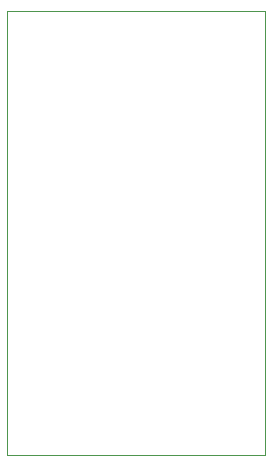
<source format=gbr>
%TF.GenerationSoftware,KiCad,Pcbnew,(5.1.6)-1*%
%TF.CreationDate,2020-11-21T10:09:12-08:00*%
%TF.ProjectId,SoftTakeover,536f6674-5461-46b6-956f-7665722e6b69,rev?*%
%TF.SameCoordinates,Original*%
%TF.FileFunction,Profile,NP*%
%FSLAX46Y46*%
G04 Gerber Fmt 4.6, Leading zero omitted, Abs format (unit mm)*
G04 Created by KiCad (PCBNEW (5.1.6)-1) date 2020-11-21 10:09:12*
%MOMM*%
%LPD*%
G01*
G04 APERTURE LIST*
%TA.AperFunction,Profile*%
%ADD10C,0.100000*%
%TD*%
G04 APERTURE END LIST*
D10*
X146177000Y-121920000D02*
X124333000Y-121920000D01*
X146177000Y-84328000D02*
X146177000Y-121920000D01*
X124333000Y-84328000D02*
X146177000Y-84328000D01*
X124333000Y-121920000D02*
X124333000Y-84328000D01*
M02*

</source>
